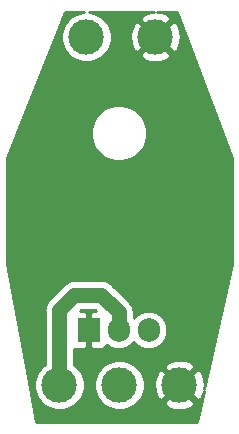
<source format=gbr>
%TF.GenerationSoftware,KiCad,Pcbnew,(5.1.6)-1*%
%TF.CreationDate,2021-05-20T08:24:50-04:00*%
%TF.ProjectId,ATX2AT-5v,41545832-4154-42d3-9576-2e6b69636164,rev?*%
%TF.SameCoordinates,Original*%
%TF.FileFunction,Copper,L2,Bot*%
%TF.FilePolarity,Positive*%
%FSLAX46Y46*%
G04 Gerber Fmt 4.6, Leading zero omitted, Abs format (unit mm)*
G04 Created by KiCad (PCBNEW (5.1.6)-1) date 2021-05-20 08:24:50*
%MOMM*%
%LPD*%
G01*
G04 APERTURE LIST*
%TA.AperFunction,ComponentPad*%
%ADD10C,3.000000*%
%TD*%
%TA.AperFunction,ComponentPad*%
%ADD11R,1.905000X2.000000*%
%TD*%
%TA.AperFunction,ComponentPad*%
%ADD12O,1.905000X2.000000*%
%TD*%
%TA.AperFunction,Conductor*%
%ADD13C,1.250000*%
%TD*%
%TA.AperFunction,Conductor*%
%ADD14C,0.254000*%
%TD*%
G04 APERTURE END LIST*
D10*
%TO.P,-12V,1*%
%TO.N,Net-(C1-Pad2)*%
X126746000Y-63500000D03*
%TD*%
%TO.P,GND,1*%
%TO.N,Net-(C1-Pad1)*%
X132588000Y-63500000D03*
%TD*%
%TO.P,-12V,1*%
%TO.N,Net-(C1-Pad2)*%
X124460000Y-92964000D03*
%TD*%
%TO.P,-5V,1*%
%TO.N,Net-(C2-Pad2)*%
X129540000Y-92964000D03*
%TD*%
%TO.P,GND,1*%
%TO.N,Net-(C1-Pad1)*%
X134620000Y-92964000D03*
%TD*%
D11*
%TO.P,U1,1*%
%TO.N,Net-(C1-Pad1)*%
X126941001Y-88315001D03*
D12*
%TO.P,U1,2*%
%TO.N,Net-(C1-Pad2)*%
X129481001Y-88315001D03*
%TO.P,U1,3*%
%TO.N,Net-(C2-Pad2)*%
X132021001Y-88315001D03*
%TD*%
D13*
%TO.N,Net-(C1-Pad2)*%
X124460000Y-86614000D02*
X124460000Y-92964000D01*
X128016000Y-85344000D02*
X125730000Y-85344000D01*
X125730000Y-85344000D02*
X124460000Y-86614000D01*
X129481001Y-88315001D02*
X129481001Y-86809001D01*
X129481001Y-86809001D02*
X128016000Y-85344000D01*
%TD*%
D14*
%TO.N,Net-(C1-Pad1)*%
G36*
X126123244Y-61447047D02*
G01*
X125734698Y-61607988D01*
X125385017Y-61841637D01*
X125087637Y-62139017D01*
X124853988Y-62488698D01*
X124693047Y-62877244D01*
X124611000Y-63289721D01*
X124611000Y-63710279D01*
X124693047Y-64122756D01*
X124853988Y-64511302D01*
X125087637Y-64860983D01*
X125385017Y-65158363D01*
X125734698Y-65392012D01*
X126123244Y-65552953D01*
X126535721Y-65635000D01*
X126956279Y-65635000D01*
X127368756Y-65552953D01*
X127757302Y-65392012D01*
X128106983Y-65158363D01*
X128273693Y-64991653D01*
X131275952Y-64991653D01*
X131431962Y-65307214D01*
X131806745Y-65498020D01*
X132211551Y-65612044D01*
X132630824Y-65644902D01*
X133048451Y-65595334D01*
X133448383Y-65465243D01*
X133744038Y-65307214D01*
X133900048Y-64991653D01*
X132588000Y-63679605D01*
X131275952Y-64991653D01*
X128273693Y-64991653D01*
X128404363Y-64860983D01*
X128638012Y-64511302D01*
X128798953Y-64122756D01*
X128881000Y-63710279D01*
X128881000Y-63542824D01*
X130443098Y-63542824D01*
X130492666Y-63960451D01*
X130622757Y-64360383D01*
X130780786Y-64656038D01*
X131096347Y-64812048D01*
X132408395Y-63500000D01*
X132767605Y-63500000D01*
X134079653Y-64812048D01*
X134395214Y-64656038D01*
X134586020Y-64281255D01*
X134700044Y-63876449D01*
X134732902Y-63457176D01*
X134683334Y-63039549D01*
X134553243Y-62639617D01*
X134395214Y-62343962D01*
X134079653Y-62187952D01*
X132767605Y-63500000D01*
X132408395Y-63500000D01*
X131096347Y-62187952D01*
X130780786Y-62343962D01*
X130589980Y-62718745D01*
X130475956Y-63123551D01*
X130443098Y-63542824D01*
X128881000Y-63542824D01*
X128881000Y-63289721D01*
X128798953Y-62877244D01*
X128638012Y-62488698D01*
X128404363Y-62139017D01*
X128106983Y-61841637D01*
X127757302Y-61607988D01*
X127368756Y-61447047D01*
X126961306Y-61366000D01*
X132453323Y-61366000D01*
X132127549Y-61404666D01*
X131727617Y-61534757D01*
X131431962Y-61692786D01*
X131275952Y-62008347D01*
X132588000Y-63320395D01*
X133900048Y-62008347D01*
X133744038Y-61692786D01*
X133369255Y-61501980D01*
X132964449Y-61387956D01*
X132684287Y-61366000D01*
X134415570Y-61366000D01*
X139040001Y-73778952D01*
X139040000Y-82732837D01*
X136735649Y-93294445D01*
X136764902Y-92921176D01*
X136715334Y-92503549D01*
X136585243Y-92103617D01*
X136427214Y-91807962D01*
X136111653Y-91651952D01*
X134799605Y-92964000D01*
X136111653Y-94276048D01*
X136427214Y-94120038D01*
X136618020Y-93745255D01*
X136703510Y-93441749D01*
X136120474Y-96114000D01*
X122470820Y-96114000D01*
X121859861Y-92753721D01*
X122325000Y-92753721D01*
X122325000Y-93174279D01*
X122407047Y-93586756D01*
X122567988Y-93975302D01*
X122801637Y-94324983D01*
X123099017Y-94622363D01*
X123448698Y-94856012D01*
X123837244Y-95016953D01*
X124249721Y-95099000D01*
X124670279Y-95099000D01*
X125082756Y-95016953D01*
X125471302Y-94856012D01*
X125820983Y-94622363D01*
X126118363Y-94324983D01*
X126352012Y-93975302D01*
X126512953Y-93586756D01*
X126595000Y-93174279D01*
X126595000Y-92753721D01*
X127405000Y-92753721D01*
X127405000Y-93174279D01*
X127487047Y-93586756D01*
X127647988Y-93975302D01*
X127881637Y-94324983D01*
X128179017Y-94622363D01*
X128528698Y-94856012D01*
X128917244Y-95016953D01*
X129329721Y-95099000D01*
X129750279Y-95099000D01*
X130162756Y-95016953D01*
X130551302Y-94856012D01*
X130900983Y-94622363D01*
X131067693Y-94455653D01*
X133307952Y-94455653D01*
X133463962Y-94771214D01*
X133838745Y-94962020D01*
X134243551Y-95076044D01*
X134662824Y-95108902D01*
X135080451Y-95059334D01*
X135480383Y-94929243D01*
X135776038Y-94771214D01*
X135932048Y-94455653D01*
X134620000Y-93143605D01*
X133307952Y-94455653D01*
X131067693Y-94455653D01*
X131198363Y-94324983D01*
X131432012Y-93975302D01*
X131592953Y-93586756D01*
X131675000Y-93174279D01*
X131675000Y-93006824D01*
X132475098Y-93006824D01*
X132524666Y-93424451D01*
X132654757Y-93824383D01*
X132812786Y-94120038D01*
X133128347Y-94276048D01*
X134440395Y-92964000D01*
X133128347Y-91651952D01*
X132812786Y-91807962D01*
X132621980Y-92182745D01*
X132507956Y-92587551D01*
X132475098Y-93006824D01*
X131675000Y-93006824D01*
X131675000Y-92753721D01*
X131592953Y-92341244D01*
X131432012Y-91952698D01*
X131198363Y-91603017D01*
X131067693Y-91472347D01*
X133307952Y-91472347D01*
X134620000Y-92784395D01*
X135932048Y-91472347D01*
X135776038Y-91156786D01*
X135401255Y-90965980D01*
X134996449Y-90851956D01*
X134577176Y-90819098D01*
X134159549Y-90868666D01*
X133759617Y-90998757D01*
X133463962Y-91156786D01*
X133307952Y-91472347D01*
X131067693Y-91472347D01*
X130900983Y-91305637D01*
X130551302Y-91071988D01*
X130162756Y-90911047D01*
X129750279Y-90829000D01*
X129329721Y-90829000D01*
X128917244Y-90911047D01*
X128528698Y-91071988D01*
X128179017Y-91305637D01*
X127881637Y-91603017D01*
X127647988Y-91952698D01*
X127487047Y-92341244D01*
X127405000Y-92753721D01*
X126595000Y-92753721D01*
X126512953Y-92341244D01*
X126352012Y-91952698D01*
X126118363Y-91603017D01*
X125820983Y-91305637D01*
X125720000Y-91238162D01*
X125720000Y-89891503D01*
X125744321Y-89904503D01*
X125864019Y-89940813D01*
X125988501Y-89953073D01*
X126655251Y-89950001D01*
X126814001Y-89791251D01*
X126814001Y-88442001D01*
X126794001Y-88442001D01*
X126794001Y-88188001D01*
X126814001Y-88188001D01*
X126814001Y-86838751D01*
X126655251Y-86680001D01*
X126178106Y-86677803D01*
X126251909Y-86604000D01*
X127494092Y-86604000D01*
X127568518Y-86678426D01*
X127226751Y-86680001D01*
X127068001Y-86838751D01*
X127068001Y-88188001D01*
X127088001Y-88188001D01*
X127088001Y-88442001D01*
X127068001Y-88442001D01*
X127068001Y-89791251D01*
X127226751Y-89950001D01*
X127893501Y-89953073D01*
X128017983Y-89940813D01*
X128137681Y-89904503D01*
X128247995Y-89845538D01*
X128344686Y-89766186D01*
X128424038Y-89669495D01*
X128468906Y-89585554D01*
X128594767Y-89688846D01*
X128870553Y-89836256D01*
X129169798Y-89927031D01*
X129481001Y-89957682D01*
X129792205Y-89927031D01*
X130091450Y-89836256D01*
X130367236Y-89688846D01*
X130608964Y-89490464D01*
X130751001Y-89317392D01*
X130893038Y-89490464D01*
X131134767Y-89688846D01*
X131410553Y-89836256D01*
X131709798Y-89927031D01*
X132021001Y-89957682D01*
X132332205Y-89927031D01*
X132631450Y-89836256D01*
X132907236Y-89688846D01*
X133148964Y-89490464D01*
X133347346Y-89248735D01*
X133494756Y-88972949D01*
X133585531Y-88673704D01*
X133608501Y-88440486D01*
X133608501Y-88189515D01*
X133585531Y-87956297D01*
X133494756Y-87657052D01*
X133347346Y-87381266D01*
X133148964Y-87139538D01*
X132907235Y-86941156D01*
X132631449Y-86793746D01*
X132332204Y-86702971D01*
X132021001Y-86672320D01*
X131709797Y-86702971D01*
X131410552Y-86793746D01*
X131134766Y-86941156D01*
X130893038Y-87139538D01*
X130751001Y-87312610D01*
X130741001Y-87300425D01*
X130741001Y-86870883D01*
X130747096Y-86809000D01*
X130741001Y-86747117D01*
X130741001Y-86747108D01*
X130722769Y-86561998D01*
X130650721Y-86324487D01*
X130533721Y-86105596D01*
X130376266Y-85913736D01*
X130328191Y-85874282D01*
X128950723Y-84496815D01*
X128911265Y-84448735D01*
X128719405Y-84291280D01*
X128500514Y-84174280D01*
X128263003Y-84102232D01*
X128077893Y-84084000D01*
X128077883Y-84084000D01*
X128016000Y-84077905D01*
X127954117Y-84084000D01*
X125791882Y-84084000D01*
X125729999Y-84077905D01*
X125668116Y-84084000D01*
X125668107Y-84084000D01*
X125482997Y-84102232D01*
X125245486Y-84174280D01*
X125026595Y-84291280D01*
X124834735Y-84448735D01*
X124795281Y-84496810D01*
X123612815Y-85679277D01*
X123564735Y-85718735D01*
X123474643Y-85828513D01*
X123407280Y-85910595D01*
X123379905Y-85961811D01*
X123290280Y-86129487D01*
X123218232Y-86366998D01*
X123200000Y-86552108D01*
X123200000Y-86552117D01*
X123193905Y-86614000D01*
X123200000Y-86675883D01*
X123200001Y-91238162D01*
X123099017Y-91305637D01*
X122801637Y-91603017D01*
X122567988Y-91952698D01*
X122407047Y-92341244D01*
X122325000Y-92753721D01*
X121859861Y-92753721D01*
X120040000Y-82744493D01*
X120040000Y-73784783D01*
X120967327Y-71420099D01*
X127096001Y-71420099D01*
X127096001Y-71889903D01*
X127187655Y-72350680D01*
X127367441Y-72784722D01*
X127628451Y-73175350D01*
X127960652Y-73507551D01*
X128351280Y-73768561D01*
X128785322Y-73948347D01*
X129246099Y-74040001D01*
X129715903Y-74040001D01*
X130176680Y-73948347D01*
X130610722Y-73768561D01*
X131001350Y-73507551D01*
X131333551Y-73175350D01*
X131594561Y-72784722D01*
X131774347Y-72350680D01*
X131866001Y-71889903D01*
X131866001Y-71420099D01*
X131774347Y-70959322D01*
X131594561Y-70525280D01*
X131333551Y-70134652D01*
X131001350Y-69802451D01*
X130610722Y-69541441D01*
X130176680Y-69361655D01*
X129715903Y-69270001D01*
X129246099Y-69270001D01*
X128785322Y-69361655D01*
X128351280Y-69541441D01*
X127960652Y-69802451D01*
X127628451Y-70134652D01*
X127367441Y-70525280D01*
X127187655Y-70959322D01*
X127096001Y-71420099D01*
X120967327Y-71420099D01*
X124910111Y-61366000D01*
X126530694Y-61366000D01*
X126123244Y-61447047D01*
G37*
X126123244Y-61447047D02*
X125734698Y-61607988D01*
X125385017Y-61841637D01*
X125087637Y-62139017D01*
X124853988Y-62488698D01*
X124693047Y-62877244D01*
X124611000Y-63289721D01*
X124611000Y-63710279D01*
X124693047Y-64122756D01*
X124853988Y-64511302D01*
X125087637Y-64860983D01*
X125385017Y-65158363D01*
X125734698Y-65392012D01*
X126123244Y-65552953D01*
X126535721Y-65635000D01*
X126956279Y-65635000D01*
X127368756Y-65552953D01*
X127757302Y-65392012D01*
X128106983Y-65158363D01*
X128273693Y-64991653D01*
X131275952Y-64991653D01*
X131431962Y-65307214D01*
X131806745Y-65498020D01*
X132211551Y-65612044D01*
X132630824Y-65644902D01*
X133048451Y-65595334D01*
X133448383Y-65465243D01*
X133744038Y-65307214D01*
X133900048Y-64991653D01*
X132588000Y-63679605D01*
X131275952Y-64991653D01*
X128273693Y-64991653D01*
X128404363Y-64860983D01*
X128638012Y-64511302D01*
X128798953Y-64122756D01*
X128881000Y-63710279D01*
X128881000Y-63542824D01*
X130443098Y-63542824D01*
X130492666Y-63960451D01*
X130622757Y-64360383D01*
X130780786Y-64656038D01*
X131096347Y-64812048D01*
X132408395Y-63500000D01*
X132767605Y-63500000D01*
X134079653Y-64812048D01*
X134395214Y-64656038D01*
X134586020Y-64281255D01*
X134700044Y-63876449D01*
X134732902Y-63457176D01*
X134683334Y-63039549D01*
X134553243Y-62639617D01*
X134395214Y-62343962D01*
X134079653Y-62187952D01*
X132767605Y-63500000D01*
X132408395Y-63500000D01*
X131096347Y-62187952D01*
X130780786Y-62343962D01*
X130589980Y-62718745D01*
X130475956Y-63123551D01*
X130443098Y-63542824D01*
X128881000Y-63542824D01*
X128881000Y-63289721D01*
X128798953Y-62877244D01*
X128638012Y-62488698D01*
X128404363Y-62139017D01*
X128106983Y-61841637D01*
X127757302Y-61607988D01*
X127368756Y-61447047D01*
X126961306Y-61366000D01*
X132453323Y-61366000D01*
X132127549Y-61404666D01*
X131727617Y-61534757D01*
X131431962Y-61692786D01*
X131275952Y-62008347D01*
X132588000Y-63320395D01*
X133900048Y-62008347D01*
X133744038Y-61692786D01*
X133369255Y-61501980D01*
X132964449Y-61387956D01*
X132684287Y-61366000D01*
X134415570Y-61366000D01*
X139040001Y-73778952D01*
X139040000Y-82732837D01*
X136735649Y-93294445D01*
X136764902Y-92921176D01*
X136715334Y-92503549D01*
X136585243Y-92103617D01*
X136427214Y-91807962D01*
X136111653Y-91651952D01*
X134799605Y-92964000D01*
X136111653Y-94276048D01*
X136427214Y-94120038D01*
X136618020Y-93745255D01*
X136703510Y-93441749D01*
X136120474Y-96114000D01*
X122470820Y-96114000D01*
X121859861Y-92753721D01*
X122325000Y-92753721D01*
X122325000Y-93174279D01*
X122407047Y-93586756D01*
X122567988Y-93975302D01*
X122801637Y-94324983D01*
X123099017Y-94622363D01*
X123448698Y-94856012D01*
X123837244Y-95016953D01*
X124249721Y-95099000D01*
X124670279Y-95099000D01*
X125082756Y-95016953D01*
X125471302Y-94856012D01*
X125820983Y-94622363D01*
X126118363Y-94324983D01*
X126352012Y-93975302D01*
X126512953Y-93586756D01*
X126595000Y-93174279D01*
X126595000Y-92753721D01*
X127405000Y-92753721D01*
X127405000Y-93174279D01*
X127487047Y-93586756D01*
X127647988Y-93975302D01*
X127881637Y-94324983D01*
X128179017Y-94622363D01*
X128528698Y-94856012D01*
X128917244Y-95016953D01*
X129329721Y-95099000D01*
X129750279Y-95099000D01*
X130162756Y-95016953D01*
X130551302Y-94856012D01*
X130900983Y-94622363D01*
X131067693Y-94455653D01*
X133307952Y-94455653D01*
X133463962Y-94771214D01*
X133838745Y-94962020D01*
X134243551Y-95076044D01*
X134662824Y-95108902D01*
X135080451Y-95059334D01*
X135480383Y-94929243D01*
X135776038Y-94771214D01*
X135932048Y-94455653D01*
X134620000Y-93143605D01*
X133307952Y-94455653D01*
X131067693Y-94455653D01*
X131198363Y-94324983D01*
X131432012Y-93975302D01*
X131592953Y-93586756D01*
X131675000Y-93174279D01*
X131675000Y-93006824D01*
X132475098Y-93006824D01*
X132524666Y-93424451D01*
X132654757Y-93824383D01*
X132812786Y-94120038D01*
X133128347Y-94276048D01*
X134440395Y-92964000D01*
X133128347Y-91651952D01*
X132812786Y-91807962D01*
X132621980Y-92182745D01*
X132507956Y-92587551D01*
X132475098Y-93006824D01*
X131675000Y-93006824D01*
X131675000Y-92753721D01*
X131592953Y-92341244D01*
X131432012Y-91952698D01*
X131198363Y-91603017D01*
X131067693Y-91472347D01*
X133307952Y-91472347D01*
X134620000Y-92784395D01*
X135932048Y-91472347D01*
X135776038Y-91156786D01*
X135401255Y-90965980D01*
X134996449Y-90851956D01*
X134577176Y-90819098D01*
X134159549Y-90868666D01*
X133759617Y-90998757D01*
X133463962Y-91156786D01*
X133307952Y-91472347D01*
X131067693Y-91472347D01*
X130900983Y-91305637D01*
X130551302Y-91071988D01*
X130162756Y-90911047D01*
X129750279Y-90829000D01*
X129329721Y-90829000D01*
X128917244Y-90911047D01*
X128528698Y-91071988D01*
X128179017Y-91305637D01*
X127881637Y-91603017D01*
X127647988Y-91952698D01*
X127487047Y-92341244D01*
X127405000Y-92753721D01*
X126595000Y-92753721D01*
X126512953Y-92341244D01*
X126352012Y-91952698D01*
X126118363Y-91603017D01*
X125820983Y-91305637D01*
X125720000Y-91238162D01*
X125720000Y-89891503D01*
X125744321Y-89904503D01*
X125864019Y-89940813D01*
X125988501Y-89953073D01*
X126655251Y-89950001D01*
X126814001Y-89791251D01*
X126814001Y-88442001D01*
X126794001Y-88442001D01*
X126794001Y-88188001D01*
X126814001Y-88188001D01*
X126814001Y-86838751D01*
X126655251Y-86680001D01*
X126178106Y-86677803D01*
X126251909Y-86604000D01*
X127494092Y-86604000D01*
X127568518Y-86678426D01*
X127226751Y-86680001D01*
X127068001Y-86838751D01*
X127068001Y-88188001D01*
X127088001Y-88188001D01*
X127088001Y-88442001D01*
X127068001Y-88442001D01*
X127068001Y-89791251D01*
X127226751Y-89950001D01*
X127893501Y-89953073D01*
X128017983Y-89940813D01*
X128137681Y-89904503D01*
X128247995Y-89845538D01*
X128344686Y-89766186D01*
X128424038Y-89669495D01*
X128468906Y-89585554D01*
X128594767Y-89688846D01*
X128870553Y-89836256D01*
X129169798Y-89927031D01*
X129481001Y-89957682D01*
X129792205Y-89927031D01*
X130091450Y-89836256D01*
X130367236Y-89688846D01*
X130608964Y-89490464D01*
X130751001Y-89317392D01*
X130893038Y-89490464D01*
X131134767Y-89688846D01*
X131410553Y-89836256D01*
X131709798Y-89927031D01*
X132021001Y-89957682D01*
X132332205Y-89927031D01*
X132631450Y-89836256D01*
X132907236Y-89688846D01*
X133148964Y-89490464D01*
X133347346Y-89248735D01*
X133494756Y-88972949D01*
X133585531Y-88673704D01*
X133608501Y-88440486D01*
X133608501Y-88189515D01*
X133585531Y-87956297D01*
X133494756Y-87657052D01*
X133347346Y-87381266D01*
X133148964Y-87139538D01*
X132907235Y-86941156D01*
X132631449Y-86793746D01*
X132332204Y-86702971D01*
X132021001Y-86672320D01*
X131709797Y-86702971D01*
X131410552Y-86793746D01*
X131134766Y-86941156D01*
X130893038Y-87139538D01*
X130751001Y-87312610D01*
X130741001Y-87300425D01*
X130741001Y-86870883D01*
X130747096Y-86809000D01*
X130741001Y-86747117D01*
X130741001Y-86747108D01*
X130722769Y-86561998D01*
X130650721Y-86324487D01*
X130533721Y-86105596D01*
X130376266Y-85913736D01*
X130328191Y-85874282D01*
X128950723Y-84496815D01*
X128911265Y-84448735D01*
X128719405Y-84291280D01*
X128500514Y-84174280D01*
X128263003Y-84102232D01*
X128077893Y-84084000D01*
X128077883Y-84084000D01*
X128016000Y-84077905D01*
X127954117Y-84084000D01*
X125791882Y-84084000D01*
X125729999Y-84077905D01*
X125668116Y-84084000D01*
X125668107Y-84084000D01*
X125482997Y-84102232D01*
X125245486Y-84174280D01*
X125026595Y-84291280D01*
X124834735Y-84448735D01*
X124795281Y-84496810D01*
X123612815Y-85679277D01*
X123564735Y-85718735D01*
X123474643Y-85828513D01*
X123407280Y-85910595D01*
X123379905Y-85961811D01*
X123290280Y-86129487D01*
X123218232Y-86366998D01*
X123200000Y-86552108D01*
X123200000Y-86552117D01*
X123193905Y-86614000D01*
X123200000Y-86675883D01*
X123200001Y-91238162D01*
X123099017Y-91305637D01*
X122801637Y-91603017D01*
X122567988Y-91952698D01*
X122407047Y-92341244D01*
X122325000Y-92753721D01*
X121859861Y-92753721D01*
X120040000Y-82744493D01*
X120040000Y-73784783D01*
X120967327Y-71420099D01*
X127096001Y-71420099D01*
X127096001Y-71889903D01*
X127187655Y-72350680D01*
X127367441Y-72784722D01*
X127628451Y-73175350D01*
X127960652Y-73507551D01*
X128351280Y-73768561D01*
X128785322Y-73948347D01*
X129246099Y-74040001D01*
X129715903Y-74040001D01*
X130176680Y-73948347D01*
X130610722Y-73768561D01*
X131001350Y-73507551D01*
X131333551Y-73175350D01*
X131594561Y-72784722D01*
X131774347Y-72350680D01*
X131866001Y-71889903D01*
X131866001Y-71420099D01*
X131774347Y-70959322D01*
X131594561Y-70525280D01*
X131333551Y-70134652D01*
X131001350Y-69802451D01*
X130610722Y-69541441D01*
X130176680Y-69361655D01*
X129715903Y-69270001D01*
X129246099Y-69270001D01*
X128785322Y-69361655D01*
X128351280Y-69541441D01*
X127960652Y-69802451D01*
X127628451Y-70134652D01*
X127367441Y-70525280D01*
X127187655Y-70959322D01*
X127096001Y-71420099D01*
X120967327Y-71420099D01*
X124910111Y-61366000D01*
X126530694Y-61366000D01*
X126123244Y-61447047D01*
%TD*%
M02*

</source>
